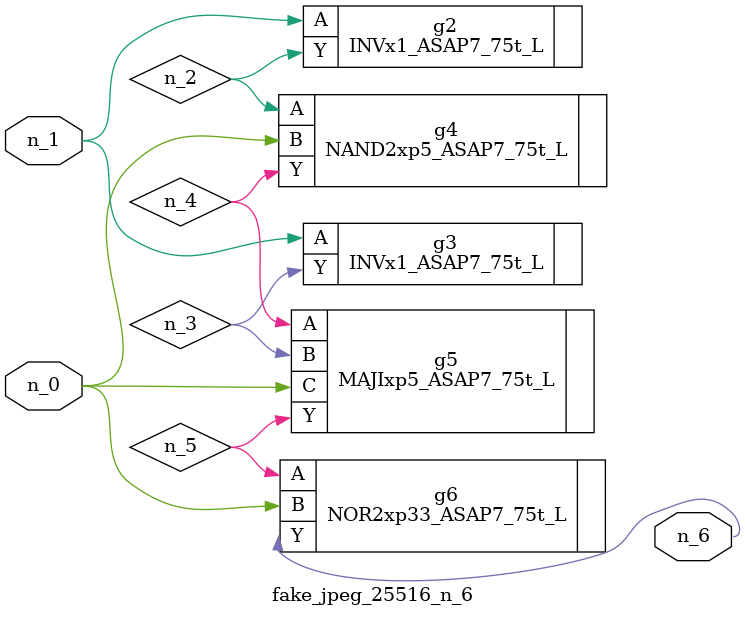
<source format=v>
module fake_jpeg_25516_n_6 (n_0, n_1, n_6);

input n_0;
input n_1;

output n_6;

wire n_2;
wire n_3;
wire n_4;
wire n_5;

INVx1_ASAP7_75t_L g2 ( 
.A(n_1),
.Y(n_2)
);

INVx1_ASAP7_75t_L g3 ( 
.A(n_1),
.Y(n_3)
);

NAND2xp5_ASAP7_75t_L g4 ( 
.A(n_2),
.B(n_0),
.Y(n_4)
);

MAJIxp5_ASAP7_75t_L g5 ( 
.A(n_4),
.B(n_3),
.C(n_0),
.Y(n_5)
);

NOR2xp33_ASAP7_75t_L g6 ( 
.A(n_5),
.B(n_0),
.Y(n_6)
);


endmodule
</source>
